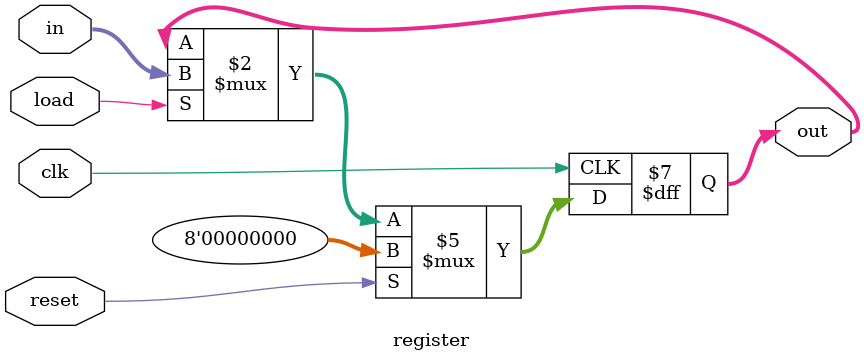
<source format=v>
/* Generic 8-bit register with synchronous reset and parallel load */
module register (in, out, clk, reset, load);
   input clk, reset, load;
   input [7:0] in;
   output [7:0] out;

   reg [7:0] out;

   always @ (posedge clk)
	 if (reset)
	   out <= 0;
	 else if (load)
	   out <= in;

endmodule // register

</source>
